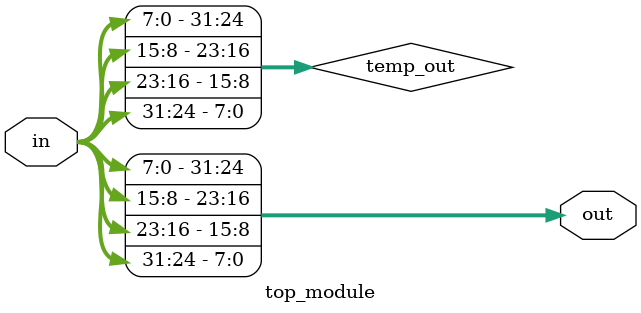
<source format=sv>
module top_module (
    input [31:0] in,
    output [31:0] out
);
    
    reg [31:0] temp_out;
    
    always @(*) begin
        temp_out[31:24] = in[7:0];
        temp_out[23:16] = in[15:8];
        temp_out[15:8] = in[23:16];
        temp_out[7:0] = in[31:24];
    end
    
    assign out = temp_out;
    
endmodule

</source>
